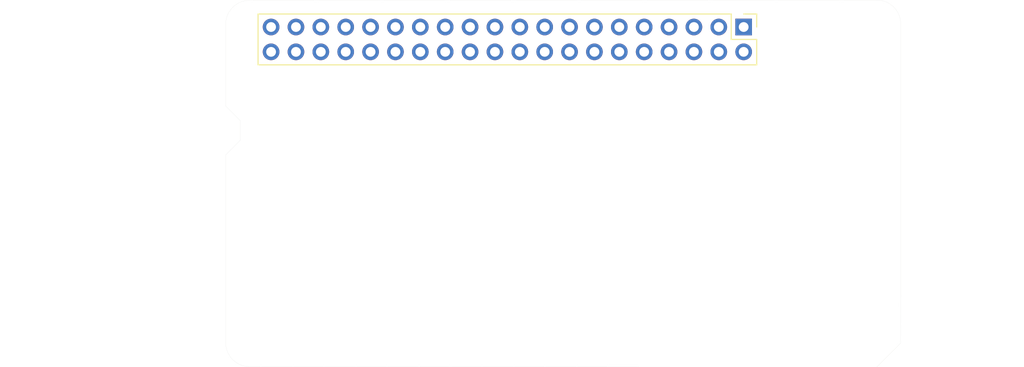
<source format=kicad_pcb>
(kicad_pcb (version 20211014) (generator pcbnew)
  (title_block (title "RP2040-Gamepad") (date "2022-09-08") (rev "3.0.0") (company "Michael Lloyd, UNSW Makerspaces"))
  (layers (0 "F.Cu" mixed "TOP") (1 "In1.Cu" power "3V3") (2 "In2.Cu" power "GND") (31 "B.Cu" mixed "BOTTOM") (34 "B.Paste" user "BOTTOM_SOLDERPASTE") (35 "F.Paste" user "TOP_SOLDERPASTE") (36 "B.SilkS" user "BOTTOM_SILKSCREEN") (37 "F.SilkS" user "TOP_SILKSCREEN") (38 "B.Mask" user "BOTTOM_SOLDERMASK") (39 "F.Mask" user "TOP_SOLDERMASK") (44 "Edge.Cuts" user))
  (property "--x" "→")
  (property "Delta" "Δ")
  (property "MR" "MΩ")
  (property "O" "Ω")
  (property "R" "Ω")
  (property "VERSION" "1.0.0")
  (property "alpha" "α")
  (property "beta" "β")
  (property "delta" "δ")
  (property "diameter" "⌀")
  (property "footnote" "†")
  (property "frog" "🐸")
  (property "kR" "kΩ")
  (property "mR" "mΩ")
  (property "mu" "μ")
  (property "pi" "π")
  (property "uF" "μF")
  (property "uH" "μH")
  (property "uf" "μF")
  (property "uh" "μH")
  (property "x--" "←")
  (net 0 "")
  (net 1 "+3V3")
  (net 2 "VBUS")
  (net 3 "GND")
  (net 4 "/$.GPIO29")
  (net 5 "/$.GPIO28")
  (net 6 "/$.GPIO2")
  (net 7 "/$.GPIO3")
  (net 8 "/$.GPIO4")
  (net 9 "/$.GPIO17")
  (net 10 "/$.GPIO14")
  (net 11 "/$.GPIO15")
  (net 12 "/$.GPIO16")
  (net 13 "/$.GPIO18")
  (net 14 "/$.GPIO19")
  (net 15 "/$.GPIO20")
  (net 16 "/$.GPIO10")
  (net 17 "/$.GPIO9")
  (net 18 "/$.GPIO21")
  (net 19 "/$.GPIO11")
  (net 20 "/$.GPIO8")
  (net 21 "/$.GPIO1")
  (net 22 "/$.GPIO5")
  (net 23 "/$.GPIO6")
  (net 24 "/$.GPIO12")
  (net 25 "/$.GPIO13")
  (net 26 "/$.GPIO22")
  (net 27 "/$.GPIO24")
  (net 28 "/$.GPIO25")
  (net 29 "/$.GPIO26")
  (net 30 "/$.GPIO27")
  (net 31 "/$.GPIO23")
  (footprint "Connector_PinHeader_2.54mm:PinHeader_2x20_P2.54mm_Vertical" (layer "F.Cu") (at 142.9 57.725 -90)
    (fp_text reference "J3" hide)
    (fp_text value "RBP_GPIO_CONN" hide)
    (fp_line (start 3.87 -1.33) (end 3.87 49.59) (layer "F.SilkS") (width 0.12))
    (fp_line (start -1.33 1.27) (end -1.33 49.59) (layer "F.SilkS") (width 0.12))
    (fp_line (start 1.27 -1.33) (end 3.87 -1.33) (layer "F.SilkS") (width 0.12))
    (fp_line (start -1.33 49.59) (end 3.87 49.59) (layer "F.SilkS") (width 0.12))
    (fp_line (start -1.33 1.27) (end 1.27 1.27) (layer "F.SilkS") (width 0.12))
    (fp_line (start -1.33 0) (end -1.33 -1.33) (layer "F.SilkS") (width 0.12))
    (fp_line (start 1.27 1.27) (end 1.27 -1.33) (layer "F.SilkS") (width 0.12))
    (fp_line (start -1.33 -1.33) (end 0 -1.33) (layer "F.SilkS") (width 0.12))
    (pad "1" thru_hole rect (at 0 0 270) (size 1.7 1.7) (drill 1) (layers *.Cu *.Mask) (net 1 "+3V3"))
    (pad "2" thru_hole oval (at 2.54 0 270) (size 1.7 1.7) (drill 1) (layers *.Cu *.Mask) (net 2 "VBUS"))
    (pad "3" thru_hole oval (at 0 2.54 270) (size 1.7 1.7) (drill 1) (layers *.Cu *.Mask) (net 21 "/$.GPIO1"))
    (pad "4" thru_hole oval (at 2.54 2.54 270) (size 1.7 1.7) (drill 1) (layers *.Cu *.Mask) (net 2 "VBUS"))
    (pad "5" thru_hole oval (at 0 5.08 270) (size 1.7 1.7) (drill 1) (layers *.Cu *.Mask) (net 6 "/$.GPIO2"))
    (pad "6" thru_hole oval (at 2.54 5.08 270) (size 1.7 1.7) (drill 1) (layers *.Cu *.Mask) (net 3 "GND"))
    (pad "7" thru_hole oval (at 0 7.62 270) (size 1.7 1.7) (drill 1) (layers *.Cu *.Mask) (net 23 "/$.GPIO6"))
    (pad "8" thru_hole oval (at 2.54 7.62 270) (size 1.7 1.7) (drill 1) (layers *.Cu *.Mask) (net 7 "/$.GPIO3"))
    (pad "9" thru_hole oval (at 0 10.16 270) (size 1.7 1.7) (drill 1) (layers *.Cu *.Mask) (net 3 "GND"))
    (pad "10" thru_hole oval (at 2.54 10.16 270) (size 1.7 1.7) (drill 1) (layers *.Cu *.Mask) (net 4 "/$.GPIO29"))
    (pad "11" thru_hole oval (at 0 12.7 270) (size 1.7 1.7) (drill 1) (layers *.Cu *.Mask) (net 30 "/$.GPIO27"))
    (pad "12" thru_hole oval (at 2.54 12.7 270) (size 1.7 1.7) (drill 1) (layers *.Cu *.Mask) (net 5 "/$.GPIO28"))
    (pad "13" thru_hole oval (at 0 15.24 270) (size 1.7 1.7) (drill 1) (layers *.Cu *.Mask) (net 29 "/$.GPIO26"))
    (pad "14" thru_hole oval (at 2.54 15.24 270) (size 1.7 1.7) (drill 1) (layers *.Cu *.Mask) (net 3 "GND"))
    (pad "15" thru_hole oval (at 0 17.78 270) (size 1.7 1.7) (drill 1) (layers *.Cu *.Mask) (net 28 "/$.GPIO25"))
    (pad "16" thru_hole oval (at 2.54 17.78 270) (size 1.7 1.7) (drill 1) (layers *.Cu *.Mask) (net 26 "/$.GPIO22"))
    (pad "17" thru_hole oval (at 0 20.32 270) (size 1.7 1.7) (drill 1) (layers *.Cu *.Mask) (net 1 "+3V3"))
    (pad "18" thru_hole oval (at 2.54 20.32 270) (size 1.7 1.7) (drill 1) (layers *.Cu *.Mask) (net 27 "/$.GPIO24"))
    (pad "19" thru_hole oval (at 0 22.86 270) (size 1.7 1.7) (drill 1) (layers *.Cu *.Mask) (net 31 "/$.GPIO23"))
    (pad "20" thru_hole oval (at 2.54 22.86 270) (size 1.7 1.7) (drill 1) (layers *.Cu *.Mask) (net 3 "GND"))
    (pad "21" thru_hole oval (at 0 25.4 270) (size 1.7 1.7) (drill 1) (layers *.Cu *.Mask) (net 15 "/$.GPIO20"))
    (pad "22" thru_hole oval (at 2.54 25.4 270) (size 1.7 1.7) (drill 1) (layers *.Cu *.Mask) (net 18 "/$.GPIO21"))
    (pad "23" thru_hole oval (at 0 27.94 270) (size 1.7 1.7) (drill 1) (layers *.Cu *.Mask) (net 13 "/$.GPIO18"))
    (pad "24" thru_hole oval (at 2.54 27.94 270) (size 1.7 1.7) (drill 1) (layers *.Cu *.Mask) (net 14 "/$.GPIO19"))
    (pad "25" thru_hole oval (at 0 30.48 270) (size 1.7 1.7) (drill 1) (layers *.Cu *.Mask) (net 3 "GND"))
    (pad "26" thru_hole oval (at 2.54 30.48 270) (size 1.7 1.7) (drill 1) (layers *.Cu *.Mask) (net 9 "/$.GPIO17"))
    (pad "27" thru_hole oval (at 0 33.02 270) (size 1.7 1.7) (drill 1) (layers *.Cu *.Mask) (net 11 "/$.GPIO15"))
    (pad "28" thru_hole oval (at 2.54 33.02 270) (size 1.7 1.7) (drill 1) (layers *.Cu *.Mask) (net 12 "/$.GPIO16"))
    (pad "29" thru_hole oval (at 0 35.56 270) (size 1.7 1.7) (drill 1) (layers *.Cu *.Mask) (net 17 "/$.GPIO9"))
    (pad "30" thru_hole oval (at 2.54 35.56 270) (size 1.7 1.7) (drill 1) (layers *.Cu *.Mask) (net 3 "GND"))
    (pad "31" thru_hole oval (at 0 38.1 270) (size 1.7 1.7) (drill 1) (layers *.Cu *.Mask) (net 25 "/$.GPIO13"))
    (pad "32" thru_hole oval (at 2.54 38.1 270) (size 1.7 1.7) (drill 1) (layers *.Cu *.Mask) (net 10 "/$.GPIO14"))
    (pad "33" thru_hole oval (at 0 40.64 270) (size 1.7 1.7) (drill 1) (layers *.Cu *.Mask) (net 16 "/$.GPIO10"))
    (pad "34" thru_hole oval (at 2.54 40.64 270) (size 1.7 1.7) (drill 1) (layers *.Cu *.Mask) (net 3 "GND"))
    (pad "35" thru_hole oval (at 0 43.18 270) (size 1.7 1.7) (drill 1) (layers *.Cu *.Mask) (net 19 "/$.GPIO11"))
    (pad "36" thru_hole oval (at 2.54 43.18 270) (size 1.7 1.7) (drill 1) (layers *.Cu *.Mask) (net 24 "/$.GPIO12"))
    (pad "37" thru_hole oval (at 0 45.72 270) (size 1.7 1.7) (drill 1) (layers *.Cu *.Mask) (net 8 "/$.GPIO4"))
    (pad "38" thru_hole oval (at 2.54 45.72 270) (size 1.7 1.7) (drill 1) (layers *.Cu *.Mask) (net 20 "/$.GPIO8"))
    (pad "39" thru_hole oval (at 0 48.26 270) (size 1.7 1.7) (drill 1) (layers *.Cu *.Mask) (net 3 "GND"))
    (pad "40" thru_hole oval (at 2.54 48.26 270) (size 1.7 1.7) (drill 1) (layers *.Cu *.Mask) (net 22 "/$.GPIO5"))
  )
  (gr_arc (start 156.492588 54.967588) (mid 158.225 55.685176) (end 158.942588 57.417588) (layer "Edge.Cuts") (width 0.01))
  (gr_arc (start 92.45 92.45) (mid 90.717588 91.732412) (end 90 90) (layer "Edge.Cuts") (width 0.01))
  (gr_line (start 90 70.8) (end 91.5 69.3) (layer "Edge.Cuts") (width 0.01))
  (gr_line (start 90 70.8) (end 90 90) (layer "Edge.Cuts") (width 0.01))
  (gr_line (start 90 65.8) (end 91.5 67.3) (layer "Edge.Cuts") (width 0.01))
  (gr_line (start 92.450001 55) (end 156.492588 54.967588) (layer "Edge.Cuts") (width 0.01))
  (gr_arc (start 90.000001 57.45) (mid 90.717589 55.717588) (end 92.450001 55) (layer "Edge.Cuts") (width 0.01))
  (gr_line (start 90.000001 57.45) (end 90.000001 65.8) (layer "Edge.Cuts") (width 0.01))
  (gr_line (start 158.917588 90.067588) (end 156.467588 92.517588) (layer "Edge.Cuts") (width 0.01))
  (gr_line (start 91.5 67.3) (end 91.5 69.3) (layer "Edge.Cuts") (width 0.01))
  (gr_line (start 92.45 92.45) (end 156.467588 92.517588) (layer "Edge.Cuts") (width 0.01))
  (gr_line (start 158.917588 90.067588) (end 158.942588 57.417588) (layer "Edge.Cuts") (width 0.01))
  (segment (start 129.985 60.265) (end 130.2 60.265) (width 0.1778) (layer "F.Cu") (net 5))
)
</source>
